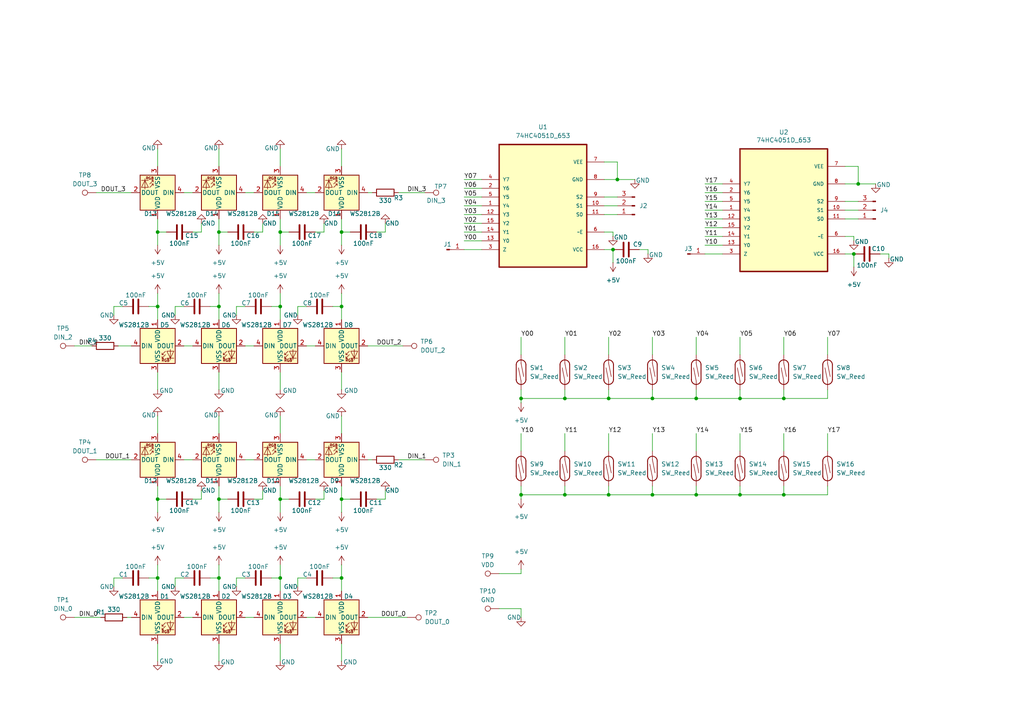
<source format=kicad_sch>
(kicad_sch (version 20250114) (generator "eeschema") (generator_version "9.0")
  (paper "A4")
  (junction (at 81.28 67.31))
  (junction (at 99.06 167.64))
  (junction (at 189.23 115.57))
  (junction (at 63.5 88.9))
  (junction (at 99.06 88.9))
  (junction (at 247.65 73.66))
  (junction (at 201.93 143.51))
  (junction (at 99.06 144.78))
  (junction (at 163.83 115.57))
  (junction (at 45.72 67.31))
  (junction (at 63.5 144.78))
  (junction (at 214.63 143.51))
  (junction (at 214.63 115.57))
  (junction (at 201.93 115.57))
  (junction (at 227.33 115.57))
  (junction (at 45.72 88.9))
  (junction (at 81.28 144.78))
  (junction (at 227.33 143.51))
  (junction (at 99.06 67.31))
  (junction (at 248.92 53.34))
  (junction (at 63.5 167.64))
  (junction (at 163.83 143.51))
  (junction (at 45.72 167.64))
  (junction (at 63.5 67.31))
  (junction (at 81.28 88.9))
  (junction (at 176.53 115.57))
  (junction (at 176.53 143.51))
  (junction (at 177.8 72.39))
  (junction (at 151.13 143.51))
  (junction (at 45.72 144.78))
  (junction (at 179.07 52.07))
  (junction (at 189.23 143.51))
  (junction (at 81.28 167.64))
  (junction (at 151.13 115.57))
  (wire (pts (xy 177.8 68.58) (xy 177.8 67.31)))
  (wire (pts (xy 123.19 55.88) (xy 115.57 55.88)))
  (wire (pts (xy 204.47 60.96) (xy 209.55 60.96)))
  (wire (pts (xy 55.88 55.88) (xy 53.34 55.88)))
  (wire (pts (xy 204.47 63.5) (xy 209.55 63.5)))
  (wire (pts (xy 33.02 167.64) (xy 35.56 167.64)))
  (wire (pts (xy 99.06 144.78) (xy 99.06 140.97)))
  (wire (pts (xy 66.04 144.78) (xy 63.5 144.78)))
  (wire (pts (xy 245.11 48.26) (xy 248.92 48.26)))
  (wire (pts (xy 81.28 186.69) (xy 81.28 191.77)))
  (wire (pts (xy 163.83 113.03) (xy 163.83 115.57)))
  (wire (pts (xy 240.03 97.79) (xy 240.03 102.87)))
  (wire (pts (xy 99.06 85.09) (xy 99.06 88.9)))
  (wire (pts (xy 189.23 113.03) (xy 189.23 115.57)))
  (wire (pts (xy 76.2 64.77) (xy 76.2 67.31)))
  (wire (pts (xy 45.72 163.83) (xy 45.72 167.64)))
  (wire (pts (xy 81.28 88.9) (xy 81.28 92.71)))
  (wire (pts (xy 189.23 140.97) (xy 189.23 143.51)))
  (wire (pts (xy 151.13 143.51) (xy 163.83 143.51)))
  (wire (pts (xy 27.94 55.88) (xy 38.1 55.88)))
  (wire (pts (xy 53.34 179.07) (xy 55.88 179.07)))
  (wire (pts (xy 63.5 85.09) (xy 63.5 88.9)))
  (wire (pts (xy 58.42 142.24) (xy 58.42 144.78)))
  (wire (pts (xy 245.11 58.42) (xy 248.92 58.42)))
  (wire (pts (xy 21.59 100.33) (xy 26.67 100.33)))
  (wire (pts (xy 176.53 143.51) (xy 189.23 143.51)))
  (wire (pts (xy 50.8 91.44) (xy 50.8 88.9)))
  (wire (pts (xy 63.5 186.69) (xy 63.5 191.77)))
  (wire (pts (xy 214.63 115.57) (xy 227.33 115.57)))
  (wire (pts (xy 88.9 179.07) (xy 91.44 179.07)))
  (wire (pts (xy 63.5 148.59) (xy 63.5 144.78)))
  (wire (pts (xy 204.47 71.12) (xy 209.55 71.12)))
  (wire (pts (xy 247.65 68.58) (xy 245.11 68.58)))
  (wire (pts (xy 179.07 46.99) (xy 179.07 52.07)))
  (wire (pts (xy 71.12 100.33) (xy 73.66 100.33)))
  (wire (pts (xy 76.2 67.31) (xy 73.66 67.31)))
  (wire (pts (xy 81.28 107.95) (xy 81.28 113.03)))
  (wire (pts (xy 107.95 55.88) (xy 106.68 55.88)))
  (wire (pts (xy 58.42 64.77) (xy 58.42 67.31)))
  (wire (pts (xy 245.11 63.5) (xy 248.92 63.5)))
  (wire (pts (xy 101.6 67.31) (xy 99.06 67.31)))
  (wire (pts (xy 76.2 144.78) (xy 73.66 144.78)))
  (wire (pts (xy 81.28 71.12) (xy 81.28 67.31)))
  (wire (pts (xy 99.06 186.69) (xy 99.06 191.77)))
  (wire (pts (xy 185.42 72.39) (xy 187.96 72.39)))
  (wire (pts (xy 151.13 166.37) (xy 151.13 165.1)))
  (wire (pts (xy 227.33 140.97) (xy 227.33 143.51)))
  (wire (pts (xy 214.63 125.73) (xy 214.63 130.81)))
  (wire (pts (xy 43.18 167.64) (xy 45.72 167.64)))
  (wire (pts (xy 201.93 113.03) (xy 201.93 115.57)))
  (wire (pts (xy 63.5 107.95) (xy 63.5 113.03)))
  (wire (pts (xy 163.83 115.57) (xy 176.53 115.57)))
  (wire (pts (xy 99.06 125.73) (xy 99.06 120.65)))
  (wire (pts (xy 176.53 115.57) (xy 189.23 115.57)))
  (wire (pts (xy 63.5 88.9) (xy 63.5 92.71)))
  (wire (pts (xy 81.28 48.26) (xy 81.28 43.18)))
  (wire (pts (xy 240.03 143.51) (xy 240.03 140.97)))
  (wire (pts (xy 34.29 100.33) (xy 38.1 100.33)))
  (wire (pts (xy 245.11 53.34) (xy 248.92 53.34)))
  (wire (pts (xy 245.11 73.66) (xy 247.65 73.66)))
  (wire (pts (xy 88.9 100.33) (xy 91.44 100.33)))
  (wire (pts (xy 163.83 143.51) (xy 176.53 143.51)))
  (wire (pts (xy 33.02 88.9) (xy 35.56 88.9)))
  (wire (pts (xy 134.62 59.69) (xy 139.7 59.69)))
  (wire (pts (xy 66.04 67.31) (xy 63.5 67.31)))
  (wire (pts (xy 189.23 97.79) (xy 189.23 102.87)))
  (wire (pts (xy 163.83 125.73) (xy 163.83 130.81)))
  (wire (pts (xy 45.72 107.95) (xy 45.72 113.03)))
  (wire (pts (xy 45.72 148.59) (xy 45.72 144.78)))
  (wire (pts (xy 151.13 115.57) (xy 151.13 116.84)))
  (wire (pts (xy 45.72 71.12) (xy 45.72 67.31)))
  (wire (pts (xy 151.13 113.03) (xy 151.13 115.57)))
  (wire (pts (xy 144.78 176.53) (xy 151.13 176.53)))
  (wire (pts (xy 93.98 64.77) (xy 93.98 67.31)))
  (wire (pts (xy 78.74 167.64) (xy 81.28 167.64)))
  (wire (pts (xy 63.5 71.12) (xy 63.5 67.31)))
  (wire (pts (xy 68.58 88.9) (xy 71.12 88.9)))
  (wire (pts (xy 151.13 143.51) (xy 151.13 144.78)))
  (wire (pts (xy 63.5 48.26) (xy 63.5 43.18)))
  (wire (pts (xy 175.26 52.07) (xy 179.07 52.07)))
  (wire (pts (xy 134.62 54.61) (xy 139.7 54.61)))
  (wire (pts (xy 151.13 115.57) (xy 163.83 115.57)))
  (wire (pts (xy 106.68 100.33) (xy 116.84 100.33)))
  (wire (pts (xy 177.8 67.31) (xy 175.26 67.31)))
  (wire (pts (xy 48.26 144.78) (xy 45.72 144.78)))
  (wire (pts (xy 99.06 167.64) (xy 99.06 171.45)))
  (wire (pts (xy 99.06 163.83) (xy 99.06 167.64)))
  (wire (pts (xy 151.13 140.97) (xy 151.13 143.51)))
  (wire (pts (xy 45.72 88.9) (xy 45.72 92.71)))
  (wire (pts (xy 106.68 179.07) (xy 118.11 179.07)))
  (wire (pts (xy 204.47 66.04) (xy 209.55 66.04)))
  (wire (pts (xy 257.81 73.66) (xy 257.81 74.93)))
  (wire (pts (xy 63.5 163.83) (xy 63.5 167.64)))
  (wire (pts (xy 248.92 48.26) (xy 248.92 53.34)))
  (wire (pts (xy 63.5 67.31) (xy 63.5 63.5)))
  (wire (pts (xy 247.65 69.85) (xy 247.65 68.58)))
  (wire (pts (xy 93.98 144.78) (xy 91.44 144.78)))
  (wire (pts (xy 254 53.34) (xy 248.92 53.34)))
  (wire (pts (xy 201.93 97.79) (xy 201.93 102.87)))
  (wire (pts (xy 73.66 133.35) (xy 71.12 133.35)))
  (wire (pts (xy 227.33 113.03) (xy 227.33 115.57)))
  (wire (pts (xy 45.72 85.09) (xy 45.72 88.9)))
  (wire (pts (xy 201.93 125.73) (xy 201.93 130.81)))
  (wire (pts (xy 177.8 72.39) (xy 177.8 76.2)))
  (wire (pts (xy 240.03 125.73) (xy 240.03 130.81)))
  (wire (pts (xy 255.27 73.66) (xy 257.81 73.66)))
  (wire (pts (xy 60.96 88.9) (xy 63.5 88.9)))
  (wire (pts (xy 134.62 72.39) (xy 139.7 72.39)))
  (wire (pts (xy 245.11 60.96) (xy 248.92 60.96)))
  (wire (pts (xy 189.23 143.51) (xy 201.93 143.51)))
  (wire (pts (xy 134.62 52.07) (xy 139.7 52.07)))
  (wire (pts (xy 58.42 144.78) (xy 55.88 144.78)))
  (wire (pts (xy 184.15 52.07) (xy 179.07 52.07)))
  (wire (pts (xy 99.06 67.31) (xy 99.06 63.5)))
  (wire (pts (xy 227.33 115.57) (xy 240.03 115.57)))
  (wire (pts (xy 175.26 72.39) (xy 177.8 72.39)))
  (wire (pts (xy 134.62 64.77) (xy 139.7 64.77)))
  (wire (pts (xy 76.2 142.24) (xy 76.2 144.78)))
  (wire (pts (xy 45.72 125.73) (xy 45.72 120.65)))
  (wire (pts (xy 96.52 167.64) (xy 99.06 167.64)))
  (wire (pts (xy 99.06 88.9) (xy 99.06 92.71)))
  (wire (pts (xy 101.6 144.78) (xy 99.06 144.78)))
  (wire (pts (xy 151.13 176.53) (xy 151.13 179.07)))
  (wire (pts (xy 175.26 46.99) (xy 179.07 46.99)))
  (wire (pts (xy 81.28 67.31) (xy 81.28 63.5)))
  (wire (pts (xy 71.12 179.07) (xy 73.66 179.07)))
  (wire (pts (xy 99.06 107.95) (xy 99.06 113.03)))
  (wire (pts (xy 187.96 72.39) (xy 187.96 73.66)))
  (wire (pts (xy 33.02 170.18) (xy 33.02 167.64)))
  (wire (pts (xy 175.26 62.23) (xy 179.07 62.23)))
  (wire (pts (xy 151.13 97.79) (xy 151.13 102.87)))
  (wire (pts (xy 81.28 148.59) (xy 81.28 144.78)))
  (wire (pts (xy 91.44 133.35) (xy 88.9 133.35)))
  (wire (pts (xy 45.72 67.31) (xy 45.72 63.5)))
  (wire (pts (xy 36.83 179.07) (xy 38.1 179.07)))
  (wire (pts (xy 134.62 69.85) (xy 139.7 69.85)))
  (wire (pts (xy 123.19 133.35) (xy 115.57 133.35)))
  (wire (pts (xy 151.13 125.73) (xy 151.13 130.81)))
  (wire (pts (xy 176.53 97.79) (xy 176.53 102.87)))
  (wire (pts (xy 45.72 48.26) (xy 45.72 43.18)))
  (wire (pts (xy 99.06 48.26) (xy 99.06 43.18)))
  (wire (pts (xy 96.52 88.9) (xy 99.06 88.9)))
  (wire (pts (xy 99.06 71.12) (xy 99.06 67.31)))
  (wire (pts (xy 45.72 144.78) (xy 45.72 140.97)))
  (wire (pts (xy 111.76 142.24) (xy 111.76 144.78)))
  (wire (pts (xy 60.96 167.64) (xy 63.5 167.64)))
  (wire (pts (xy 63.5 125.73) (xy 63.5 120.65)))
  (wire (pts (xy 55.88 133.35) (xy 53.34 133.35)))
  (wire (pts (xy 50.8 167.64) (xy 53.34 167.64)))
  (wire (pts (xy 43.18 88.9) (xy 45.72 88.9)))
  (wire (pts (xy 176.53 125.73) (xy 176.53 130.81)))
  (wire (pts (xy 63.5 144.78) (xy 63.5 140.97)))
  (wire (pts (xy 58.42 67.31) (xy 55.88 67.31)))
  (wire (pts (xy 68.58 170.18) (xy 68.58 167.64)))
  (wire (pts (xy 134.62 62.23) (xy 139.7 62.23)))
  (wire (pts (xy 81.28 163.83) (xy 81.28 167.64)))
  (wire (pts (xy 134.62 57.15) (xy 139.7 57.15)))
  (wire (pts (xy 204.47 68.58) (xy 209.55 68.58)))
  (wire (pts (xy 214.63 113.03) (xy 214.63 115.57)))
  (wire (pts (xy 107.95 133.35) (xy 106.68 133.35)))
  (wire (pts (xy 86.36 88.9) (xy 88.9 88.9)))
  (wire (pts (xy 176.53 140.97) (xy 176.53 143.51)))
  (wire (pts (xy 91.44 55.88) (xy 88.9 55.88)))
  (wire (pts (xy 204.47 58.42) (xy 209.55 58.42)))
  (wire (pts (xy 214.63 140.97) (xy 214.63 143.51)))
  (wire (pts (xy 163.83 97.79) (xy 163.83 102.87)))
  (wire (pts (xy 134.62 67.31) (xy 139.7 67.31)))
  (wire (pts (xy 201.93 143.51) (xy 214.63 143.51)))
  (wire (pts (xy 83.82 144.78) (xy 81.28 144.78)))
  (wire (pts (xy 86.36 91.44) (xy 86.36 88.9)))
  (wire (pts (xy 189.23 125.73) (xy 189.23 130.81)))
  (wire (pts (xy 201.93 140.97) (xy 201.93 143.51)))
  (wire (pts (xy 175.26 57.15) (xy 179.07 57.15)))
  (wire (pts (xy 33.02 91.44) (xy 33.02 88.9)))
  (wire (pts (xy 163.83 140.97) (xy 163.83 143.51)))
  (wire (pts (xy 63.5 167.64) (xy 63.5 171.45)))
  (wire (pts (xy 247.65 73.66) (xy 247.65 77.47)))
  (wire (pts (xy 227.33 97.79) (xy 227.33 102.87)))
  (wire (pts (xy 86.36 170.18) (xy 86.36 167.64)))
  (wire (pts (xy 73.66 55.88) (xy 71.12 55.88)))
  (wire (pts (xy 81.28 144.78) (xy 81.28 140.97)))
  (wire (pts (xy 214.63 143.51) (xy 227.33 143.51)))
  (wire (pts (xy 81.28 85.09) (xy 81.28 88.9)))
  (wire (pts (xy 93.98 67.31) (xy 91.44 67.31)))
  (wire (pts (xy 53.34 100.33) (xy 55.88 100.33)))
  (wire (pts (xy 201.93 115.57) (xy 214.63 115.57)))
  (wire (pts (xy 240.03 115.57) (xy 240.03 113.03)))
  (wire (pts (xy 93.98 142.24) (xy 93.98 144.78)))
  (wire (pts (xy 86.36 167.64) (xy 88.9 167.64)))
  (wire (pts (xy 227.33 125.73) (xy 227.33 130.81)))
  (wire (pts (xy 68.58 167.64) (xy 71.12 167.64)))
  (wire (pts (xy 204.47 53.34) (xy 209.55 53.34)))
  (wire (pts (xy 45.72 186.69) (xy 45.72 191.77)))
  (wire (pts (xy 111.76 144.78) (xy 109.22 144.78)))
  (wire (pts (xy 48.26 67.31) (xy 45.72 67.31)))
  (wire (pts (xy 204.47 55.88) (xy 209.55 55.88)))
  (wire (pts (xy 83.82 67.31) (xy 81.28 67.31)))
  (wire (pts (xy 45.72 167.64) (xy 45.72 171.45)))
  (wire (pts (xy 21.59 179.07) (xy 29.21 179.07)))
  (wire (pts (xy 204.47 73.66) (xy 209.55 73.66)))
  (wire (pts (xy 68.58 91.44) (xy 68.58 88.9)))
  (wire (pts (xy 27.94 133.35) (xy 38.1 133.35)))
  (wire (pts (xy 81.28 167.64) (xy 81.28 171.45)))
  (wire (pts (xy 81.28 125.73) (xy 81.28 120.65)))
  (wire (pts (xy 227.33 143.51) (xy 240.03 143.51)))
  (wire (pts (xy 189.23 115.57) (xy 201.93 115.57)))
  (wire (pts (xy 144.78 166.37) (xy 151.13 166.37)))
  (wire (pts (xy 176.53 113.03) (xy 176.53 115.57)))
  (wire (pts (xy 50.8 88.9) (xy 53.34 88.9)))
  (wire (pts (xy 111.76 67.31) (xy 109.22 67.31)))
  (wire (pts (xy 78.74 88.9) (xy 81.28 88.9)))
  (wire (pts (xy 214.63 97.79) (xy 214.63 102.87)))
  (wire (pts (xy 99.06 148.59) (xy 99.06 144.78)))
  (wire (pts (xy 111.76 64.77) (xy 111.76 67.31)))
  (wire (pts (xy 50.8 170.18) (xy 50.8 167.64)))
  (wire (pts (xy 175.26 59.69) (xy 179.07 59.69)))
  (label "Y00" (at 134.62 69.85 0))
  (label "DIN_0" (at 22.86 179.07 0))
  (label "Y10" (at 151.13 125.73 0))
  (label "Y17" (at 204.47 53.34 0))
  (label "Y06" (at 134.62 54.61 0))
  (label "Y00" (at 151.13 97.79 0))
  (label "DOUT_2" (at 109.22 100.33 0))
  (label "DOUT_1" (at 30.48 133.35 0))
  (label "Y07" (at 240.03 97.79 0))
  (label "Y03" (at 134.62 62.23 0))
  (label "Y01" (at 134.62 67.31 0))
  (label "Y14" (at 204.47 60.96 0))
  (label "DOUT_0" (at 110.49 179.07 0))
  (label "Y11" (at 163.83 125.73 0))
  (label "Y10" (at 204.47 71.12 0))
  (label "Y04" (at 201.93 97.79 0))
  (label "Y12" (at 176.53 125.73 0))
  (label "Y02" (at 176.53 97.79 0))
  (label "Y03" (at 189.23 97.79 0))
  (label "DOUT_3" (at 29.21 55.88 0))
  (label "Y06" (at 227.33 97.79 0))
  (label "Y13" (at 204.47 63.5 0))
  (label "Y14" (at 201.93 125.73 0))
  (label "Y17" (at 240.03 125.73 0))
  (label "Y05" (at 134.62 57.15 0))
  (label "Y16" (at 227.33 125.73 0))
  (label "Y12" (at 204.47 66.04 0))
  (label "DIN_3" (at 118.11 55.88 0))
  (label "Y07" (at 134.62 52.07 0))
  (label "Y04" (at 134.62 59.69 0))
  (label "Y16" (at 204.47 55.88 0))
  (label "Y13" (at 189.23 125.73 0))
  (label "DIN_2" (at 22.86 100.33 0))
  (label "Y05" (at 214.63 97.79 0))
  (label "Y11" (at 204.47 68.58 0))
  (label "Y01" (at 163.83 97.79 0))
  (label "Y15" (at 204.47 58.42 0))
  (label "Y15" (at 214.63 125.73 0))
  (label "Y02" (at 134.62 64.77 0))
  (label "DIN_1" (at 118.11 133.35 0))
  (symbol (lib_id "Device:C") (at 57.15 167.64 90) (unit 1)
    (property "Reference" "C2" (at 53.594 166.624 90))
    (property "Value" "100nF" (at 57.15 164.338 90))
    (property "Footprint" "Capacitor_SMD:C_0805_2012Metric_Pad1.18x1.45mm_HandSolder" (effects (hide yes)))
    (property "Description" "Unpolarized capacitor" (effects (hide yes)))
  )
  (symbol (lib_id "power:GND") (at 81.28 120.65 180) (unit 1)
    (property "Reference" "#PWR040" (effects (hide yes)))
    (property "Value" "GND" (at 78.74 120.396 0))
    (property "Description" "Power symbol creates a global label with name \"GND\" , ground" (effects (hide yes)))
  )
  (symbol (lib_id "Connector:TestPoint") (at 116.84 100.33 270) (unit 1)
    (property "Reference" "TP6" (at 121.92 99.0599 90) (effects (justify left)))
    (property "Value" "DOUT_2" (at 121.92 101.5999 90) (effects (justify left)))
    (property "Footprint" "TestPoint:TestPoint_Pad_4.0x4.0mm" (effects (hide yes)))
    (property "Description" "test point" (effects (hide yes)))
  )
  (symbol (lib_id "power:GND") (at 68.58 91.44 0) (unit 1)
    (property "Reference" "#PWR019" (effects (hide yes)))
    (property "Value" "GND" (at 66.548 91.44 0))
    (property "Description" "Power symbol creates a global label with name \"GND\" , ground" (effects (hide yes)))
  )
  (symbol (lib_id "LED:WS2812B") (at 63.5 133.35 180) (unit 1)
    (property "Reference" "D11" (at 61.468 139.446 0))
    (property "Value" "WS2812B" (at 70.358 139.446 0))
    (property "Footprint" "LED_SMD:LED_WS2812B_PLCC4_5.0x5.0mm_P3.2mm" (effects (hide yes)))
    (property "Datasheet" "https://cdn-shop.adafruit.com/datasheets/WS2812B.pdf" (effects (hide yes)))
    (property "Description" "RGB LED with integrated controller" (effects (hide yes)))
  )
  (symbol (lib_id "power:+5V") (at 63.5 148.59 180) (unit 1)
    (property "Reference" "#PWR042" (effects (hide yes)))
    (property "Value" "+5V" (at 63.5 153.67 0))
    (property "Description" "Power symbol creates a global label with name \"+5V\"" (effects (hide yes)))
  )
  (symbol (lib_id "power:GND") (at 81.28 191.77 0) (unit 1)
    (property "Reference" "#PWR09" (effects (hide yes)))
    (property "Value" "GND" (at 83.566 192.024 0))
    (property "Description" "Power symbol creates a global label with name \"GND\" , ground" (effects (hide yes)))
  )
  (symbol (lib_id "Switch:SW_Reed") (at 201.93 107.95 270) (unit 1)
    (property "Reference" "SW5" (at 204.47 106.6799 90) (effects (justify left)))
    (property "Value" "SW_Reed" (at 204.47 109.2199 90) (effects (justify left)))
    (property "Footprint" "Reed_switch:ReedSwitch_2x14mm" (effects (hide yes)))
    (property "Description" "reed switch" (effects (hide yes)))
  )
  (symbol (lib_id "power:GND") (at 93.98 64.77 180) (unit 1)
    (property "Reference" "#PWR055" (effects (hide yes)))
    (property "Value" "GND" (at 96.012 64.77 0))
    (property "Description" "Power symbol creates a global label with name \"GND\" , ground" (effects (hide yes)))
  )
  (symbol (lib_id "Connector:TestPoint") (at 21.59 179.07 90) (unit 1)
    (property "Reference" "TP1" (at 18.288 173.99 90))
    (property "Value" "DIN_0" (at 18.288 176.53 90))
    (property "Footprint" "TestPoint:TestPoint_Pad_4.0x4.0mm" (effects (hide yes)))
    (property "Description" "test point" (effects (hide yes)))
  )
  (symbol (lib_id "LED:WS2812B") (at 99.06 55.88 180) (unit 1)
    (property "Reference" "D16" (at 97.028 61.976 0))
    (property "Value" "WS2812B" (at 105.918 61.976 0))
    (property "Footprint" "LED_SMD:LED_WS2812B_PLCC4_5.0x5.0mm_P3.2mm" (effects (hide yes)))
    (property "Datasheet" "https://cdn-shop.adafruit.com/datasheets/WS2812B.pdf" (effects (hide yes)))
    (property "Description" "RGB LED with integrated controller" (effects (hide yes)))
  )
  (symbol (lib_id "Device:R") (at 111.76 133.35 270) (unit 1)
    (property "Reference" "R2" (at 115.57 134.874 90))
    (property "Value" "330" (at 111.76 135.636 90))
    (property "Footprint" "Resistor_SMD:R_0805_2012Metric_Pad1.20x1.40mm_HandSolder" (effects (hide yes)))
    (property "Description" "Resistor" (effects (hide yes)))
  )
  (symbol (lib_id "power:+5V") (at 247.65 77.47 180) (unit 1)
    (property "Reference" "#PWR032" (effects (hide yes)))
    (property "Value" "+5V" (at 247.65 82.55 0))
    (property "Description" "Power symbol creates a global label with name \"+5V\"" (effects (hide yes)))
  )
  (symbol (lib_id "power:+5V") (at 81.28 85.09 0) (unit 1)
    (property "Reference" "#PWR020" (effects (hide yes)))
    (property "Value" "+5V" (at 81.28 80.01 0))
    (property "Description" "Power symbol creates a global label with name \"+5V\"" (effects (hide yes)))
  )
  (symbol (lib_id "Device:C") (at 39.37 167.64 90) (unit 1)
    (property "Reference" "C1" (at 35.814 166.624 90))
    (property "Value" "100nF" (at 39.37 164.338 90))
    (property "Footprint" "Capacitor_SMD:C_0805_2012Metric_Pad1.18x1.45mm_HandSolder" (effects (hide yes)))
    (property "Description" "Unpolarized capacitor" (effects (hide yes)))
  )
  (symbol (lib_id "power:+5V") (at 45.72 71.12 180) (unit 1)
    (property "Reference" "#PWR048" (effects (hide yes)))
    (property "Value" "+5V" (at 45.72 76.2 0))
    (property "Description" "Power symbol creates a global label with name \"+5V\"" (effects (hide yes)))
  )
  (symbol (lib_id "Switch:SW_Reed") (at 151.13 135.89 270) (unit 1)
    (property "Reference" "SW9" (at 153.67 134.6199 90) (effects (justify left)))
    (property "Value" "SW_Reed" (at 153.67 137.1599 90) (effects (justify left)))
    (property "Footprint" "Reed_switch:ReedSwitch_2x14mm" (effects (hide yes)))
    (property "Description" "reed switch" (effects (hide yes)))
  )
  (symbol (lib_id "power:GND") (at 93.98 142.24 180) (unit 1)
    (property "Reference" "#PWR038" (effects (hide yes)))
    (property "Value" "GND" (at 96.012 142.24 0))
    (property "Description" "Power symbol creates a global label with name \"GND\" , ground" (effects (hide yes)))
  )
  (symbol (lib_id "power:GND") (at 45.72 191.77 0) (unit 1)
    (property "Reference" "#PWR03" (effects (hide yes)))
    (property "Value" "GND" (at 48.26 191.77 0))
    (property "Description" "Power symbol creates a global label with name \"GND\" , ground" (effects (hide yes)))
  )
  (symbol (lib_id "Connector:TestPoint") (at 21.59 100.33 90) (unit 1)
    (property "Reference" "TP5" (at 18.288 95.25 90))
    (property "Value" "DIN_2" (at 18.288 97.79 90))
    (property "Footprint" "TestPoint:TestPoint_Pad_4.0x4.0mm" (effects (hide yes)))
    (property "Description" "test point" (effects (hide yes)))
  )
  (symbol (lib_id "power:+5V") (at 151.13 116.84 180) (unit 1)
    (property "Reference" "#PWR025" (effects (hide yes)))
    (property "Value" "+5V" (at 151.13 121.92 0))
    (property "Description" "Power symbol creates a global label with name \"+5V\"" (effects (hide yes)))
  )
  (symbol (lib_id "power:+5V") (at 99.06 71.12 180) (unit 1)
    (property "Reference" "#PWR057" (effects (hide yes)))
    (property "Value" "+5V" (at 99.06 76.2 0))
    (property "Description" "Power symbol creates a global label with name \"+5V\"" (effects (hide yes)))
  )
  (symbol (lib_id "power:GND") (at 86.36 170.18 0) (unit 1)
    (property "Reference" "#PWR010" (effects (hide yes)))
    (property "Value" "GND" (at 84.328 170.18 0))
    (property "Description" "Power symbol creates a global label with name \"GND\" , ground" (effects (hide yes)))
  )
  (symbol (lib_id "power:GND") (at 81.28 43.18 180) (unit 1)
    (property "Reference" "#PWR053" (effects (hide yes)))
    (property "Value" "GND" (at 78.74 42.926 0))
    (property "Description" "Power symbol creates a global label with name \"GND\" , ground" (effects (hide yes)))
  )
  (symbol (lib_id "Switch:SW_Reed") (at 151.13 107.95 270) (unit 1)
    (property "Reference" "SW1" (at 153.67 106.6799 90) (effects (justify left)))
    (property "Value" "SW_Reed" (at 153.67 109.2199 90) (effects (justify left)))
    (property "Footprint" "Reed_switch:ReedSwitch_2x14mm" (effects (hide yes)))
    (property "Description" "reed switch" (effects (hide yes)))
  )
  (symbol (lib_id "power:GND") (at 99.06 113.03 0) (unit 1)
    (property "Reference" "#PWR024" (effects (hide yes)))
    (property "Value" "GND" (at 101.854 113.284 0))
    (property "Description" "Power symbol creates a global label with name \"GND\" , ground" (effects (hide yes)))
  )
  (symbol (lib_id "Device:C") (at 92.71 167.64 90) (unit 1)
    (property "Reference" "C4" (at 89.154 166.624 90))
    (property "Value" "100nF" (at 92.71 164.338 90))
    (property "Footprint" "Capacitor_SMD:C_0805_2012Metric_Pad1.18x1.45mm_HandSolder" (effects (hide yes)))
    (property "Description" "Unpolarized capacitor" (effects (hide yes)))
  )
  (symbol (lib_id "Connector:Conn_01x01_Pin") (at 129.54 72.39 0) (unit 1)
    (property "Reference" "J1" (at 129.794 70.866 0))
    (property "Value" "Conn_01x01_Pin" (effects (hide yes)))
    (property "Footprint" "Connector_PinHeader_2.00mm:PinHeader_1x01_P2.00mm_Vertical" (effects (hide yes)))
    (property "Description" "Generic connector, single row, 01x01, script generated" (effects (hide yes)))
  )
  (symbol (lib_id "LED:WS2812B") (at 63.5 55.88 180) (unit 1)
    (property "Reference" "D14" (at 61.468 61.976 0))
    (property "Value" "WS2812B" (at 70.358 61.976 0))
    (property "Footprint" "LED_SMD:LED_WS2812B_PLCC4_5.0x5.0mm_P3.2mm" (effects (hide yes)))
    (property "Datasheet" "https://cdn-shop.adafruit.com/datasheets/WS2812B.pdf" (effects (hide yes)))
    (property "Description" "RGB LED with integrated controller" (effects (hide yes)))
  )
  (symbol (lib_id "LED:WS2812B") (at 45.72 179.07 0) (unit 1)
    (property "Reference" "D1" (at 47.752 172.974 0))
    (property "Value" "WS2812B" (at 38.862 172.974 0))
    (property "Footprint" "LED_SMD:LED_WS2812B_PLCC4_5.0x5.0mm_P3.2mm" (effects (hide yes)))
    (property "Datasheet" "https://cdn-shop.adafruit.com/datasheets/WS2812B.pdf" (effects (hide yes)))
    (property "Description" "RGB LED with integrated controller" (effects (hide yes)))
  )
  (symbol (lib_id "power:GND") (at 184.15 52.07 0) (unit 1)
    (property "Reference" "#PWR028" (effects (hide yes)))
    (property "Value" "GND" (at 186.436 52.324 0))
    (property "Description" "Power symbol creates a global label with name \"GND\" , ground" (effects (hide yes)))
  )
  (symbol (lib_id "power:GND") (at 58.42 142.24 180) (unit 1)
    (property "Reference" "#PWR044" (effects (hide yes)))
    (property "Value" "GND" (at 60.452 142.24 0))
    (property "Description" "Power symbol creates a global label with name \"GND\" , ground" (effects (hide yes)))
  )
  (symbol (lib_id "power:+5V") (at 45.72 148.59 180) (unit 1)
    (property "Reference" "#PWR045" (effects (hide yes)))
    (property "Value" "+5V" (at 45.72 153.67 0))
    (property "Description" "Power symbol creates a global label with name \"+5V\"" (effects (hide yes)))
  )
  (symbol (lib_id "power:GND") (at 68.58 170.18 0) (unit 1)
    (property "Reference" "#PWR07" (effects (hide yes)))
    (property "Value" "GND" (at 66.548 170.18 0))
    (property "Description" "Power symbol creates a global label with name \"GND\" , ground" (effects (hide yes)))
  )
  (symbol (lib_id "power:GND") (at 247.65 69.85 0) (unit 1)
    (property "Reference" "#PWR031" (effects (hide yes)))
    (property "Value" "GND" (at 249.936 70.104 0))
    (property "Description" "Power symbol creates a global label with name \"GND\" , ground" (effects (hide yes)))
  )
  (symbol (lib_id "power:+5V") (at 81.28 148.59 180) (unit 1)
    (property "Reference" "#PWR039" (effects (hide yes)))
    (property "Value" "+5V" (at 81.28 153.67 0))
    (property "Description" "Power symbol creates a global label with name \"+5V\"" (effects (hide yes)))
  )
  (symbol (lib_id "Device:R") (at 33.02 179.07 90) (unit 1)
    (property "Reference" "R1" (at 29.21 177.546 90))
    (property "Value" "330" (at 33.02 176.784 90))
    (property "Footprint" "Resistor_SMD:R_0805_2012Metric_Pad1.20x1.40mm_HandSolder" (effects (hide yes)))
    (property "Description" "Resistor" (effects (hide yes)))
  )
  (symbol (lib_id "power:+5V") (at 63.5 163.83 0) (unit 1)
    (property "Reference" "#PWR05" (effects (hide yes)))
    (property "Value" "+5V" (at 63.5 158.75 0))
    (property "Description" "Power symbol creates a global label with name \"+5V\"" (effects (hide yes)))
  )
  (symbol (lib_id "Device:C") (at 69.85 67.31 270) (unit 1)
    (property "Reference" "C16" (at 73.406 68.326 90))
    (property "Value" "100nF" (at 69.85 70.612 90))
    (property "Footprint" "Capacitor_SMD:C_0805_2012Metric_Pad1.18x1.45mm_HandSolder" (effects (hide yes)))
    (property "Description" "Unpolarized capacitor" (effects (hide yes)))
  )
  (symbol (lib_id "Connector:TestPoint") (at 27.94 55.88 90) (unit 1)
    (property "Reference" "TP8" (at 24.638 50.8 90))
    (property "Value" "DOUT_3" (at 24.638 53.34 90))
    (property "Footprint" "TestPoint:TestPoint_Pad_4.0x4.0mm" (effects (hide yes)))
    (property "Description" "test point" (effects (hide yes)))
  )
  (symbol (lib_id "Switch:SW_Reed") (at 214.63 135.89 270) (unit 1)
    (property "Reference" "SW14" (at 217.17 134.6199 90) (effects (justify left)))
    (property "Value" "SW_Reed" (at 217.17 137.1599 90) (effects (justify left)))
    (property "Footprint" "Reed_switch:ReedSwitch_2x14mm" (effects (hide yes)))
    (property "Description" "reed switch" (effects (hide yes)))
  )
  (symbol (lib_id "Device:C") (at 52.07 144.78 270) (unit 1)
    (property "Reference" "C14" (at 55.626 145.796 90))
    (property "Value" "100nF" (at 52.07 148.082 90))
    (property "Footprint" "Capacitor_SMD:C_0805_2012Metric_Pad1.18x1.45mm_HandSolder" (effects (hide yes)))
    (property "Description" "Unpolarized capacitor" (effects (hide yes)))
  )
  (symbol (lib_id "Switch:SW_Reed") (at 227.33 135.89 270) (unit 1)
    (property "Reference" "SW15" (at 229.87 134.6199 90) (effects (justify left)))
    (property "Value" "SW_Reed" (at 229.87 137.1599 90) (effects (justify left)))
    (property "Footprint" "Reed_switch:ReedSwitch_2x14mm" (effects (hide yes)))
    (property "Description" "reed switch" (effects (hide yes)))
  )
  (symbol (lib_id "power:GND") (at 63.5 113.03 0) (unit 1)
    (property "Reference" "#PWR018" (effects (hide yes)))
    (property "Value" "GND" (at 66.04 113.284 0))
    (property "Description" "Power symbol creates a global label with name \"GND\" , ground" (effects (hide yes)))
  )
  (symbol (lib_id "LED:WS2812B") (at 99.06 179.07 0) (unit 1)
    (property "Reference" "D4" (at 101.092 172.974 0))
    (property "Value" "WS2812B" (at 92.202 172.974 0))
    (property "Footprint" "LED_SMD:LED_WS2812B_PLCC4_5.0x5.0mm_P3.2mm" (effects (hide yes)))
    (property "Datasheet" "https://cdn-shop.adafruit.com/datasheets/WS2812B.pdf" (effects (hide yes)))
    (property "Description" "RGB LED with integrated controller" (effects (hide yes)))
  )
  (symbol (lib_id "power:GND") (at 58.42 64.77 180) (unit 1)
    (property "Reference" "#PWR049" (effects (hide yes)))
    (property "Value" "GND" (at 60.452 64.77 0))
    (property "Description" "Power symbol creates a global label with name \"GND\" , ground" (effects (hide yes)))
  )
  (symbol (lib_id "LED:WS2812B") (at 63.5 100.33 0) (unit 1)
    (property "Reference" "D6" (at 65.532 94.234 0))
    (property "Value" "WS2812B" (at 56.642 94.234 0))
    (property "Footprint" "LED_SMD:LED_WS2812B_PLCC4_5.0x5.0mm_P3.2mm" (effects (hide yes)))
    (property "Datasheet" "https://cdn-shop.adafruit.com/datasheets/WS2812B.pdf" (effects (hide yes)))
    (property "Description" "RGB LED with integrated controller" (effects (hide yes)))
  )
  (symbol (lib_id "power:+5V") (at 151.13 144.78 180) (unit 1)
    (property "Reference" "#PWR030" (effects (hide yes)))
    (property "Value" "+5V" (at 151.13 149.86 0))
    (property "Description" "Power symbol creates a global label with name \"+5V\"" (effects (hide yes)))
  )
  (symbol (lib_id "Connector:TestPoint") (at 27.94 133.35 90) (unit 1)
    (property "Reference" "TP4" (at 24.638 128.27 90))
    (property "Value" "DOUT_1" (at 24.638 130.81 90))
    (property "Footprint" "TestPoint:TestPoint_Pad_4.0x4.0mm" (effects (hide yes)))
    (property "Description" "test point" (effects (hide yes)))
  )
  (symbol (lib_id "Connector:TestPoint") (at 144.78 166.37 90) (unit 1)
    (property "Reference" "TP9" (at 141.478 161.29 90))
    (property "Value" "VDD" (at 141.478 163.83 90))
    (property "Footprint" "TestPoint:TestPoint_Pad_4.0x4.0mm" (effects (hide yes)))
    (property "Description" "test point" (effects (hide yes)))
  )
  (symbol (lib_id "Connector:TestPoint") (at 144.78 176.53 90) (unit 1)
    (property "Reference" "TP10" (at 141.478 171.45 90))
    (property "Value" "GND" (at 141.478 173.99 90))
    (property "Footprint" "TestPoint:TestPoint_Pad_4.0x4.0mm" (effects (hide yes)))
    (property "Description" "test point" (effects (hide yes)))
  )
  (symbol (lib_id "LED:WS2812B") (at 63.5 179.07 0) (unit 1)
    (property "Reference" "D2" (at 65.532 172.974 0))
    (property "Value" "WS2812B" (at 56.642 172.974 0))
    (property "Footprint" "LED_SMD:LED_WS2812B_PLCC4_5.0x5.0mm_P3.2mm" (effects (hide yes)))
    (property "Datasheet" "https://cdn-shop.adafruit.com/datasheets/WS2812B.pdf" (effects (hide yes)))
    (property "Description" "RGB LED with integrated controller" (effects (hide yes)))
  )
  (symbol (lib_id "Connector:Conn_01x01_Pin") (at 199.39 73.66 0) (unit 1)
    (property "Reference" "J3" (at 199.644 72.136 0))
    (property "Value" "Conn_01x01_Pin" (effects (hide yes)))
    (property "Footprint" "Connector_PinHeader_2.00mm:PinHeader_1x01_P2.00mm_Vertical" (effects (hide yes)))
    (property "Description" "Generic connector, single row, 01x01, script generated" (effects (hide yes)))
  )
  (symbol (lib_id "power:GND") (at 50.8 91.44 0) (unit 1)
    (property "Reference" "#PWR016" (effects (hide yes)))
    (property "Value" "GND" (at 48.768 91.44 0))
    (property "Description" "Power symbol creates a global label with name \"GND\" , ground" (effects (hide yes)))
  )
  (symbol (lib_id "power:GND") (at 33.02 170.18 0) (unit 1)
    (property "Reference" "#PWR01" (effects (hide yes)))
    (property "Value" "GND" (at 30.988 170.18 0))
    (property "Description" "Power symbol creates a global label with name \"GND\" , ground" (effects (hide yes)))
  )
  (symbol (lib_id "power:GND") (at 76.2 142.24 180) (unit 1)
    (property "Reference" "#PWR041" (effects (hide yes)))
    (property "Value" "GND" (at 78.232 142.24 0))
    (property "Description" "Power symbol creates a global label with name \"GND\" , ground" (effects (hide yes)))
  )
  (symbol (lib_id "Connector:Conn_01x03_Pin") (at 254 60.96 180) (unit 1)
    (property "Reference" "J4" (at 255.27 60.96 0) (effects (justify right)))
    (property "Value" "Conn_01x03_Pin" (effects (hide yes)))
    (property "Footprint" "Connector_PinHeader_2.54mm:PinHeader_1x03_P2.54mm_Vertical" (effects (hide yes)))
    (property "Description" "Generic connector, single row, 01x03, script generated" (effects (hide yes)))
  )
  (symbol (lib_id "Switch:SW_Reed") (at 201.93 135.89 270) (unit 1)
    (property "Reference" "SW13" (at 204.47 134.6199 90) (effects (justify left)))
    (property "Value" "SW_Reed" (at 204.47 137.1599 90) (effects (justify left)))
    (property "Footprint" "Reed_switch:ReedSwitch_2x14mm" (effects (hide yes)))
    (property "Description" "reed switch" (effects (hide yes)))
  )
  (symbol (lib_id "Switch:SW_Reed") (at 176.53 107.95 270) (unit 1)
    (property "Reference" "SW3" (at 179.07 106.6799 90) (effects (justify left)))
    (property "Value" "SW_Reed" (at 179.07 109.2199 90) (effects (justify left)))
    (property "Footprint" "Reed_switch:ReedSwitch_2x14mm" (effects (hide yes)))
    (property "Description" "reed switch" (effects (hide yes)))
  )
  (symbol (lib_id "power:GND") (at 50.8 170.18 0) (unit 1)
    (property "Reference" "#PWR04" (effects (hide yes)))
    (property "Value" "GND" (at 48.768 170.18 0))
    (property "Description" "Power symbol creates a global label with name \"GND\" , ground" (effects (hide yes)))
  )
  (symbol (lib_id "LED:WS2812B") (at 99.06 100.33 0) (unit 1)
    (property "Reference" "D8" (at 101.092 94.234 0))
    (property "Value" "WS2812B" (at 92.202 94.234 0))
    (property "Footprint" "LED_SMD:LED_WS2812B_PLCC4_5.0x5.0mm_P3.2mm" (effects (hide yes)))
    (property "Datasheet" "https://cdn-shop.adafruit.com/datasheets/WS2812B.pdf" (effects (hide yes)))
    (property "Description" "RGB LED with integrated controller" (effects (hide yes)))
  )
  (symbol (lib_id "LED:WS2812B") (at 81.28 100.33 0) (unit 1)
    (property "Reference" "D7" (at 83.312 94.234 0))
    (property "Value" "WS2812B" (at 74.422 94.234 0))
    (property "Footprint" "LED_SMD:LED_WS2812B_PLCC4_5.0x5.0mm_P3.2mm" (effects (hide yes)))
    (property "Datasheet" "https://cdn-shop.adafruit.com/datasheets/WS2812B.pdf" (effects (hide yes)))
    (property "Description" "RGB LED with integrated controller" (effects (hide yes)))
  )
  (symbol (lib_id "Device:C") (at 52.07 67.31 270) (unit 1)
    (property "Reference" "C15" (at 55.626 68.326 90))
    (property "Value" "100nF" (at 52.07 70.612 90))
    (property "Footprint" "Capacitor_SMD:C_0805_2012Metric_Pad1.18x1.45mm_HandSolder" (effects (hide yes)))
    (property "Description" "Unpolarized capacitor" (effects (hide yes)))
  )
  (symbol (lib_id "power:GND") (at 63.5 43.18 180) (unit 1)
    (property "Reference" "#PWR050" (effects (hide yes)))
    (property "Value" "GND" (at 61.214 42.926 0))
    (property "Description" "Power symbol creates a global label with name \"GND\" , ground" (effects (hide yes)))
  )
  (symbol (lib_id "power:GND") (at 45.72 120.65 180) (unit 1)
    (property "Reference" "#PWR046" (effects (hide yes)))
    (property "Value" "GND" (at 43.18 120.396 0))
    (property "Description" "Power symbol creates a global label with name \"GND\" , ground" (effects (hide yes)))
  )
  (symbol (lib_id "power:+5V") (at 81.28 71.12 180) (unit 1)
    (property "Reference" "#PWR054" (effects (hide yes)))
    (property "Value" "+5V" (at 81.28 76.2 0))
    (property "Description" "Power symbol creates a global label with name \"+5V\"" (effects (hide yes)))
  )
  (symbol (lib_id "power:GND") (at 86.36 91.44 0) (unit 1)
    (property "Reference" "#PWR022" (effects (hide yes)))
    (property "Value" "GND" (at 84.328 91.44 0))
    (property "Description" "Power symbol creates a global label with name \"GND\" , ground" (effects (hide yes)))
  )
  (symbol (lib_id "power:+5V") (at 63.5 85.09 0) (unit 1)
    (property "Reference" "#PWR017" (effects (hide yes)))
    (property "Value" "+5V" (at 63.5 80.01 0))
    (property "Description" "Power symbol creates a global label with name \"+5V\"" (effects (hide yes)))
  )
  (symbol (lib_id "power:+5V") (at 151.13 165.1 0) (unit 1)
    (property "Reference" "#PWR059" (effects (hide yes)))
    (property "Value" "+5V" (at 151.13 160.02 0))
    (property "Description" "Power symbol creates a global label with name \"+5V\"" (effects (hide yes)))
  )
  (symbol (lib_id "power:GND") (at 99.06 43.18 180) (unit 1)
    (property "Reference" "#PWR056" (effects (hide yes)))
    (property "Value" "GND" (at 96.52 43.18 0))
    (property "Description" "Power symbol creates a global label with name \"GND\" , ground" (effects (hide yes)))
  )
  (symbol (lib_id "power:+5V") (at 177.8 76.2 180) (unit 1)
    (property "Reference" "#PWR027" (effects (hide yes)))
    (property "Value" "+5V" (at 177.8 81.28 0))
    (property "Description" "Power symbol creates a global label with name \"+5V\"" (effects (hide yes)))
  )
  (symbol (lib_id "power:GND") (at 81.28 113.03 0) (unit 1)
    (property "Reference" "#PWR021" (effects (hide yes)))
    (property "Value" "GND" (at 84.074 113.284 0))
    (property "Description" "Power symbol creates a global label with name \"GND\" , ground" (effects (hide yes)))
  )
  (symbol (lib_id "power:GND") (at 33.02 91.44 0) (unit 1)
    (property "Reference" "#PWR013" (effects (hide yes)))
    (property "Value" "GND" (at 30.988 91.44 0))
    (property "Description" "Power symbol creates a global label with name \"GND\" , ground" (effects (hide yes)))
  )
  (symbol (lib_id "Connector:TestPoint") (at 123.19 133.35 270) (unit 1)
    (property "Reference" "TP3" (at 128.27 132.0799 90) (effects (justify left)))
    (property "Value" "DIN_1" (at 128.27 134.6199 90) (effects (justify left)))
    (property "Footprint" "TestPoint:TestPoint_Pad_4.0x4.0mm" (effects (hide yes)))
    (property "Description" "test point" (effects (hide yes)))
  )
  (symbol (lib_id "power:GND") (at 257.81 74.93 0) (unit 1)
    (property "Reference" "#PWR034" (effects (hide yes)))
    (property "Value" "GND" (at 260.096 75.184 0))
    (property "Description" "Power symbol creates a global label with name \"GND\" , ground" (effects (hide yes)))
  )
  (symbol (lib_id "Device:C") (at 57.15 88.9 90) (unit 1)
    (property "Reference" "C6" (at 53.594 87.884 90))
    (property "Value" "100nF" (at 57.15 85.598 90))
    (property "Footprint" "Capacitor_SMD:C_0805_2012Metric_Pad1.18x1.45mm_HandSolder" (effects (hide yes)))
    (property "Description" "Unpolarized capacitor" (effects (hide yes)))
  )
  (symbol (lib_id "Switch:SW_Reed") (at 189.23 107.95 270) (unit 1)
    (property "Reference" "SW4" (at 191.77 106.6799 90) (effects (justify left)))
    (property "Value" "SW_Reed" (at 191.77 109.2199 90) (effects (justify left)))
    (property "Footprint" "Reed_switch:ReedSwitch_2x14mm" (effects (hide yes)))
    (property "Description" "reed switch" (effects (hide yes)))
  )
  (symbol (lib_id "Device:R") (at 111.76 55.88 270) (unit 1)
    (property "Reference" "R3" (at 115.57 57.404 90))
    (property "Value" "330" (at 111.76 58.166 90))
    (property "Footprint" "Resistor_SMD:R_0805_2012Metric_Pad1.20x1.40mm_HandSolder" (effects (hide yes)))
    (property "Description" "Resistor" (effects (hide yes)))
  )
  (symbol (lib_id "Switch:SW_Reed") (at 240.03 135.89 270) (unit 1)
    (property "Reference" "SW16" (at 242.57 134.6199 90) (effects (justify left)))
    (property "Value" "SW_Reed" (at 242.57 137.1599 90) (effects (justify left)))
    (property "Footprint" "Reed_switch:ReedSwitch_2x14mm" (effects (hide yes)))
    (property "Description" "reed switch" (effects (hide yes)))
  )
  (symbol (lib_id "LED:WS2812B") (at 81.28 55.88 180) (unit 1)
    (property "Reference" "D15" (at 79.248 61.976 0))
    (property "Value" "WS2812B" (at 88.138 61.976 0))
    (property "Footprint" "LED_SMD:LED_WS2812B_PLCC4_5.0x5.0mm_P3.2mm" (effects (hide yes)))
    (property "Datasheet" "https://cdn-shop.adafruit.com/datasheets/WS2812B.pdf" (effects (hide yes)))
    (property "Description" "RGB LED with integrated controller" (effects (hide yes)))
  )
  (symbol (lib_id "power:GND") (at 111.76 142.24 180) (unit 1)
    (property "Reference" "#PWR035" (effects (hide yes)))
    (property "Value" "GND" (at 113.792 142.24 0))
    (property "Description" "Power symbol creates a global label with name \"GND\" , ground" (effects (hide yes)))
  )
  (symbol (lib_id "power:GND") (at 254 53.34 0) (unit 1)
    (property "Reference" "#PWR033" (effects (hide yes)))
    (property "Value" "GND" (at 256.286 53.594 0))
    (property "Description" "Power symbol creates a global label with name \"GND\" , ground" (effects (hide yes)))
  )
  (symbol (lib_id "Device:C") (at 39.37 88.9 90) (unit 1)
    (property "Reference" "C5" (at 35.814 87.884 90))
    (property "Value" "100nF" (at 39.37 85.598 90))
    (property "Footprint" "Capacitor_SMD:C_0805_2012Metric_Pad1.18x1.45mm_HandSolder" (effects (hide yes)))
    (property "Description" "Unpolarized capacitor" (effects (hide yes)))
  )
  (symbol (lib_id "Device:C") (at 69.85 144.78 270) (unit 1)
    (property "Reference" "C13" (at 73.406 145.796 90))
    (property "Value" "100nF" (at 69.85 148.082 90))
    (property "Footprint" "Capacitor_SMD:C_0805_2012Metric_Pad1.18x1.45mm_HandSolder" (effects (hide yes)))
    (property "Description" "Unpolarized capacitor" (effects (hide yes)))
  )
  (symbol (lib_id "Switch:SW_Reed") (at 227.33 107.95 270) (unit 1)
    (property "Reference" "SW7" (at 229.87 106.6799 90) (effects (justify left)))
    (property "Value" "SW_Reed" (at 229.87 109.2199 90) (effects (justify left)))
    (property "Footprint" "Reed_switch:ReedSwitch_2x14mm" (effects (hide yes)))
    (property "Description" "reed switch" (effects (hide yes)))
  )
  (symbol (lib_id "power:GND") (at 45.72 43.18 180) (unit 1)
    (property "Reference" "#PWR047" (effects (hide yes)))
    (property "Value" "GND" (at 43.18 42.926 0))
    (property "Description" "Power symbol creates a global label with name \"GND\" , ground" (effects (hide yes)))
  )
  (symbol (lib_id "Switch:SW_Reed") (at 163.83 107.95 270) (unit 1)
    (property "Reference" "SW2" (at 166.37 106.6799 90) (effects (justify left)))
    (property "Value" "SW_Reed" (at 166.37 109.2199 90) (effects (justify left)))
    (property "Footprint" "Reed_switch:ReedSwitch_2x14mm" (effects (hide yes)))
    (property "Description" "reed switch" (effects (hide yes)))
  )
  (symbol (lib_id "Switch:SW_Reed") (at 240.03 107.95 270) (unit 1)
    (property "Reference" "SW8" (at 242.57 106.6799 90) (effects (justify left)))
    (property "Value" "SW_Reed" (at 242.57 109.2199 90) (effects (justify left)))
    (property "Footprint" "Reed_switch:ReedSwitch_2x14mm" (effects (hide yes)))
    (property "Description" "reed switch" (effects (hide yes)))
  )
  (symbol (lib_id "Device:C") (at 74.93 167.64 90) (unit 1)
    (property "Reference" "C3" (at 71.374 166.624 90))
    (property "Value" "100nF" (at 74.93 164.338 90))
    (property "Footprint" "Capacitor_SMD:C_0805_2012Metric_Pad1.18x1.45mm_HandSolder" (effects (hide yes)))
    (property "Description" "Unpolarized capacitor" (effects (hide yes)))
  )
  (symbol (lib_id "power:GND") (at 76.2 64.77 180) (unit 1)
    (property "Reference" "#PWR052" (effects (hide yes)))
    (property "Value" "GND" (at 78.232 64.77 0))
    (property "Description" "Power symbol creates a global label with name \"GND\" , ground" (effects (hide yes)))
  )
  (symbol (lib_id "Device:C") (at 87.63 67.31 270) (unit 1)
    (property "Reference" "C17" (at 91.186 68.326 90))
    (property "Value" "100nF" (at 87.63 70.612 90))
    (property "Footprint" "Capacitor_SMD:C_0805_2012Metric_Pad1.18x1.45mm_HandSolder" (effects (hide yes)))
    (property "Description" "Unpolarized capacitor" (effects (hide yes)))
  )
  (symbol (lib_id "Device:R") (at 30.48 100.33 90) (unit 1)
    (property "Reference" "R4" (at 26.67 98.806 90))
    (property "Value" "330" (at 30.48 98.044 90))
    (property "Footprint" "Resistor_SMD:R_0805_2012Metric_Pad1.20x1.40mm_HandSolder" (effects (hide yes)))
    (property "Description" "Resistor" (effects (hide yes)))
  )
  (symbol (lib_id "power:GND") (at 177.8 68.58 0) (unit 1)
    (property "Reference" "#PWR026" (effects (hide yes)))
    (property "Value" "GND" (at 180.086 68.834 0))
    (property "Description" "Power symbol creates a global label with name \"GND\" , ground" (effects (hide yes)))
  )
  (symbol (lib_id "LED:WS2812B") (at 45.72 133.35 180) (unit 1)
    (property "Reference" "D12" (at 43.688 139.446 0))
    (property "Value" "WS2812B" (at 52.578 139.446 0))
    (property "Footprint" "LED_SMD:LED_WS2812B_PLCC4_5.0x5.0mm_P3.2mm" (effects (hide yes)))
    (property "Datasheet" "https://cdn-shop.adafruit.com/datasheets/WS2812B.pdf" (effects (hide yes)))
    (property "Description" "RGB LED with integrated controller" (effects (hide yes)))
  )
  (symbol (lib_id "Device:C") (at 105.41 144.78 270) (unit 1)
    (property "Reference" "C11" (at 108.966 145.796 90))
    (property "Value" "100nF" (at 105.41 148.082 90))
    (property "Footprint" "Capacitor_SMD:C_0805_2012Metric_Pad1.18x1.45mm_HandSolder" (effects (hide yes)))
    (property "Description" "Unpolarized capacitor" (effects (hide yes)))
  )
  (symbol (lib_id "LED:WS2812B") (at 45.72 55.88 180) (unit 1)
    (property "Reference" "D13" (at 43.688 61.976 0))
    (property "Value" "WS2812B" (at 52.578 61.976 0))
    (property "Footprint" "LED_SMD:LED_WS2812B_PLCC4_5.0x5.0mm_P3.2mm" (effects (hide yes)))
    (property "Datasheet" "https://cdn-shop.adafruit.com/datasheets/WS2812B.pdf" (effects (hide yes)))
    (property "Description" "RGB LED with integrated controller" (effects (hide yes)))
  )
  (symbol (lib_id "Device:C") (at 181.61 72.39 90) (unit 1)
    (property "Reference" "C9" (at 184.912 70.866 90))
    (property "Value" "100nF" (at 181.61 75.692 90))
    (property "Footprint" "Capacitor_SMD:C_0805_2012Metric_Pad1.18x1.45mm_HandSolder" (effects (hide yes)))
    (property "Description" "Unpolarized capacitor" (effects (hide yes)))
  )
  (symbol (lib_id "Device:C") (at 74.93 88.9 90) (unit 1)
    (property "Reference" "C7" (at 71.374 87.884 90))
    (property "Value" "100nF" (at 74.93 85.598 90))
    (property "Footprint" "Capacitor_SMD:C_0805_2012Metric_Pad1.18x1.45mm_HandSolder" (effects (hide yes)))
    (property "Description" "Unpolarized capacitor" (effects (hide yes)))
  )
  (symbol (lib_id "power:GND") (at 45.72 113.03 0) (unit 1)
    (property "Reference" "#PWR015" (effects (hide yes)))
    (property "Value" "GND" (at 48.26 113.284 0))
    (property "Description" "Power symbol creates a global label with name \"GND\" , ground" (effects (hide yes)))
  )
  (symbol (lib_id "74HC4051D_653:74HC4051D_653") (at 227.33 63.5 180) (unit 1)
    (property "Reference" "U2" (at 227.33 38.354 0))
    (property "Value" "74HC4051D_653" (at 227.33 40.64 0))
    (property "Footprint" "74HC4051D_653:SOIC127P600X175-16N" (effects (hide yes)))
    (property "MF" "Nexperia USA" (effects (hide yes)))
    (property "Description_1" "1 Circuit IC Switch 8:1 120Ohm 16-SO" (effects (hide yes)))
    (property "PACKAGE" "SOIC-16" (effects (hide yes)))
    (property "MPN" "74HC4051D,653" (effects (hide yes)))
    (property "Price" "None" (effects (hide yes)))
    (property "Package" "SO-16 Nexperia USA Inc." (effects (hide yes)))
    (property "OC_FARNELL" "1826842" (effects (hide yes)))
    (property "SnapEDA_Link" "https://www.snapeda.com/parts/74HC4051D,653/Nexperia/view-part/?ref=snap" (effects (hide yes)))
    (property "MP" "74HC4051D,653" (effects (hide yes)))
    (property "SUPPLIER" "NXP Semiconductors" (effects (hide yes)))
    (property "OC_NEWARK" "78R6259" (effects (hide yes)))
    (property "Availability" "In Stock" (effects (hide yes)))
    (property "Check_prices" "https://www.snapeda.com/parts/74HC4051D,653/Nexperia/view-part/?ref=eda" (effects (hide yes)))
  )
  (symbol (lib_id "Device:C") (at 92.71 88.9 90) (unit 1)
    (property "Reference" "C8" (at 89.154 87.884 90))
    (property "Value" "100nF" (at 92.71 85.598 90))
    (property "Footprint" "Capacitor_SMD:C_0805_2012Metric_Pad1.18x1.45mm_HandSolder" (effects (hide yes)))
    (property "Description" "Unpolarized capacitor" (effects (hide yes)))
  )
  (symbol (lib_id "LED:WS2812B") (at 81.28 179.07 0) (unit 1)
    (property "Reference" "D3" (at 83.312 172.974 0))
    (property "Value" "WS2812B" (at 74.422 172.974 0))
    (property "Footprint" "LED_SMD:LED_WS2812B_PLCC4_5.0x5.0mm_P3.2mm" (effects (hide yes)))
    (property "Datasheet" "https://cdn-shop.adafruit.com/datasheets/WS2812B.pdf" (effects (hide yes)))
    (property "Description" "RGB LED with integrated controller" (effects (hide yes)))
  )
  (symbol (lib_id "LED:WS2812B") (at 45.72 100.33 0) (unit 1)
    (property "Reference" "D5" (at 47.752 94.234 0))
    (property "Value" "WS2812B" (at 38.862 94.234 0))
    (property "Footprint" "LED_SMD:LED_WS2812B_PLCC4_5.0x5.0mm_P3.2mm" (effects (hide yes)))
    (property "Datasheet" "https://cdn-shop.adafruit.com/datasheets/WS2812B.pdf" (effects (hide yes)))
    (property "Description" "RGB LED with integrated controller" (effects (hide yes)))
  )
  (symbol (lib_id "power:+5V") (at 81.28 163.83 0) (unit 1)
    (property "Reference" "#PWR08" (effects (hide yes)))
    (property "Value" "+5V" (at 81.28 158.75 0))
    (property "Description" "Power symbol creates a global label with name \"+5V\"" (effects (hide yes)))
  )
  (symbol (lib_id "LED:WS2812B") (at 99.06 133.35 180) (unit 1)
    (property "Reference" "D9" (at 97.028 139.446 0))
    (property "Value" "WS2812B" (at 105.918 139.446 0))
    (property "Footprint" "LED_SMD:LED_WS2812B_PLCC4_5.0x5.0mm_P3.2mm" (effects (hide yes)))
    (property "Datasheet" "https://cdn-shop.adafruit.com/datasheets/WS2812B.pdf" (effects (hide yes)))
    (property "Description" "RGB LED with integrated controller" (effects (hide yes)))
  )
  (symbol (lib_id "74HC4051D_653:74HC4051D_653") (at 157.48 62.23 180) (unit 1)
    (property "Reference" "U1" (at 157.48 36.83 0))
    (property "Value" "74HC4051D_653" (at 157.48 39.37 0))
    (property "Footprint" "74HC4051D_653:SOIC127P600X175-16N" (effects (hide yes)))
    (property "MF" "Nexperia USA" (effects (hide yes)))
    (property "Description_1" "1 Circuit IC Switch 8:1 120Ohm 16-SO" (effects (hide yes)))
    (property "PACKAGE" "SOIC-16" (effects (hide yes)))
    (property "MPN" "74HC4051D,653" (effects (hide yes)))
    (property "Price" "None" (effects (hide yes)))
    (property "Package" "SO-16 Nexperia USA Inc." (effects (hide yes)))
    (property "OC_FARNELL" "1826842" (effects (hide yes)))
    (property "SnapEDA_Link" "https://www.snapeda.com/parts/74HC4051D,653/Nexperia/view-part/?ref=snap" (effects (hide yes)))
    (property "MP" "74HC4051D,653" (effects (hide yes)))
    (property "SUPPLIER" "NXP Semiconductors" (effects (hide yes)))
    (property "OC_NEWARK" "78R6259" (effects (hide yes)))
    (property "Availability" "In Stock" (effects (hide yes)))
    (property "Check_prices" "https://www.snapeda.com/parts/74HC4051D,653/Nexperia/view-part/?ref=eda" (effects (hide yes)))
  )
  (symbol (lib_id "power:GND") (at 99.06 120.65 180) (unit 1)
    (property "Reference" "#PWR037" (effects (hide yes)))
    (property "Value" "GND" (at 96.52 120.65 0))
    (property "Description" "Power symbol creates a global label with name \"GND\" , ground" (effects (hide yes)))
  )
  (symbol (lib_id "power:+5V") (at 99.06 163.83 0) (unit 1)
    (property "Reference" "#PWR011" (effects (hide yes)))
    (property "Value" "+5V" (at 99.06 158.75 0))
    (property "Description" "Power symbol creates a global label with name \"+5V\"" (effects (hide yes)))
  )
  (symbol (lib_id "power:GND") (at 63.5 191.77 0) (unit 1)
    (property "Reference" "#PWR06" (effects (hide yes)))
    (property "Value" "GND" (at 66.04 192.024 0))
    (property "Description" "Power symbol creates a global label with name \"GND\" , ground" (effects (hide yes)))
  )
  (symbol (lib_id "Switch:SW_Reed") (at 176.53 135.89 270) (unit 1)
    (property "Reference" "SW11" (at 179.07 134.6199 90) (effects (justify left)))
    (property "Value" "SW_Reed" (at 179.07 137.1599 90) (effects (justify left)))
    (property "Footprint" "Reed_switch:ReedSwitch_2x14mm" (effects (hide yes)))
    (property "Description" "reed switch" (effects (hide yes)))
  )
  (symbol (lib_id "power:+5V") (at 45.72 163.83 0) (unit 1)
    (property "Reference" "#PWR02" (effects (hide yes)))
    (property "Value" "+5V" (at 45.72 158.75 0))
    (property "Description" "Power symbol creates a global label with name \"+5V\"" (effects (hide yes)))
  )
  (symbol (lib_id "Switch:SW_Reed") (at 163.83 135.89 270) (unit 1)
    (property "Reference" "SW10" (at 166.37 134.6199 90) (effects (justify left)))
    (property "Value" "SW_Reed" (at 166.37 137.1599 90) (effects (justify left)))
    (property "Footprint" "Reed_switch:ReedSwitch_2x14mm" (effects (hide yes)))
    (property "Description" "reed switch" (effects (hide yes)))
  )
  (symbol (lib_id "Device:C") (at 251.46 73.66 90) (unit 1)
    (property "Reference" "C10" (at 254.762 72.136 90))
    (property "Value" "100nF" (at 251.46 76.962 90))
    (property "Footprint" "Capacitor_SMD:C_0805_2012Metric_Pad1.18x1.45mm_HandSolder" (effects (hide yes)))
    (property "Description" "Unpolarized capacitor" (effects (hide yes)))
  )
  (symbol (lib_id "power:GND") (at 99.06 191.77 0) (unit 1)
    (property "Reference" "#PWR012" (effects (hide yes)))
    (property "Value" "GND" (at 101.6 192.024 0))
    (property "Description" "Power symbol creates a global label with name \"GND\" , ground" (effects (hide yes)))
  )
  (symbol (lib_id "power:+5V") (at 99.06 85.09 0) (unit 1)
    (property "Reference" "#PWR023" (effects (hide yes)))
    (property "Value" "+5V" (at 99.06 80.01 0))
    (property "Description" "Power symbol creates a global label with name \"+5V\"" (effects (hide yes)))
  )
  (symbol (lib_id "Device:C") (at 105.41 67.31 270) (unit 1)
    (property "Reference" "C18" (at 108.966 68.326 90))
    (property "Value" "100nF" (at 105.41 70.612 90))
    (property "Footprint" "Capacitor_SMD:C_0805_2012Metric_Pad1.18x1.45mm_HandSolder" (effects (hide yes)))
    (property "Description" "Unpolarized capacitor" (effects (hide yes)))
  )
  (symbol (lib_id "LED:WS2812B") (at 81.28 133.35 180) (unit 1)
    (property "Reference" "D10" (at 79.248 139.446 0))
    (property "Value" "WS2812B" (at 88.138 139.446 0))
    (property "Footprint" "LED_SMD:LED_WS2812B_PLCC4_5.0x5.0mm_P3.2mm" (effects (hide yes)))
    (property "Datasheet" "https://cdn-shop.adafruit.com/datasheets/WS2812B.pdf" (effects (hide yes)))
    (property "Description" "RGB LED with integrated controller" (effects (hide yes)))
  )
  (symbol (lib_id "power:+5V") (at 63.5 71.12 180) (unit 1)
    (property "Reference" "#PWR051" (effects (hide yes)))
    (property "Value" "+5V" (at 63.5 76.2 0))
    (property "Description" "Power symbol creates a global label with name \"+5V\"" (effects (hide yes)))
  )
  (symbol (lib_id "power:GND") (at 63.5 120.65 180) (unit 1)
    (property "Reference" "#PWR043" (effects (hide yes)))
    (property "Value" "GND" (at 61.214 120.396 0))
    (property "Description" "Power symbol creates a global label with name \"GND\" , ground" (effects (hide yes)))
  )
  (symbol (lib_id "Connector:TestPoint") (at 123.19 55.88 270) (unit 1)
    (property "Reference" "TP7" (at 125.984 54.102 90) (effects (justify left)))
    (property "Value" "DIN_3" (at 123.698 58.166 90) (effects (justify left)))
    (property "Footprint" "TestPoint:TestPoint_Pad_4.0x4.0mm" (effects (hide yes)))
    (property "Description" "test point" (effects (hide yes)))
  )
  (symbol (lib_id "power:GND") (at 187.96 73.66 0) (unit 1)
    (property "Reference" "#PWR029" (effects (hide yes)))
    (property "Value" "GND" (at 190.246 73.914 0))
    (property "Description" "Power symbol creates a global label with name \"GND\" , ground" (effects (hide yes)))
  )
  (symbol (lib_id "power:GND") (at 111.76 64.77 180) (unit 1)
    (property "Reference" "#PWR058" (effects (hide yes)))
    (property "Value" "GND" (at 113.792 64.77 0))
    (property "Description" "Power symbol creates a global label with name \"GND\" , ground" (effects (hide yes)))
  )
  (symbol (lib_id "Connector:TestPoint") (at 118.11 179.07 270) (unit 1)
    (property "Reference" "TP2" (at 123.19 177.7999 90) (effects (justify left)))
    (property "Value" "DOUT_0" (at 123.19 180.3399 90) (effects (justify left)))
    (property "Footprint" "TestPoint:TestPoint_Pad_4.0x4.0mm" (effects (hide yes)))
    (property "Description" "test point" (effects (hide yes)))
  )
  (symbol (lib_id "Switch:SW_Reed") (at 189.23 135.89 270) (unit 1)
    (property "Reference" "SW12" (at 191.77 134.6199 90) (effects (justify left)))
    (property "Value" "SW_Reed" (at 191.77 137.1599 90) (effects (justify left)))
    (property "Footprint" "Reed_switch:ReedSwitch_2x14mm" (effects (hide yes)))
    (property "Description" "reed switch" (effects (hide yes)))
  )
  (symbol (lib_id "power:GND") (at 151.13 179.07 0) (unit 1)
    (property "Reference" "#PWR060" (effects (hide yes)))
    (property "Value" "GND" (at 149.098 179.07 0))
    (property "Description" "Power symbol creates a global label with name \"GND\" , ground" (effects (hide yes)))
  )
  (symbol (lib_id "Connector:Conn_01x03_Pin") (at 184.15 59.69 180) (unit 1)
    (property "Reference" "J2" (at 185.42 59.69 0) (effects (justify right)))
    (property "Value" "Conn_01x03_Pin" (effects (hide yes)))
    (property "Footprint" "Connector_PinHeader_2.54mm:PinHeader_1x03_P2.54mm_Vertical" (effects (hide yes)))
    (property "Description" "Generic connector, single row, 01x03, script generated" (effects (hide yes)))
  )
  (symbol (lib_id "Device:C") (at 87.63 144.78 270) (unit 1)
    (property "Reference" "C12" (at 91.186 145.796 90))
    (property "Value" "100nF" (at 87.63 148.082 90))
    (property "Footprint" "Capacitor_SMD:C_0805_2012Metric_Pad1.18x1.45mm_HandSolder" (effects (hide yes)))
    (property "Description" "Unpolarized capacitor" (effects (hide yes)))
  )
  (symbol (lib_id "power:+5V") (at 45.72 85.09 0) (unit 1)
    (property "Reference" "#PWR014" (effects (hide yes)))
    (property "Value" "+5V" (at 45.72 80.01 0))
    (property "Description" "Power symbol creates a global label with name \"+5V\"" (effects (hide yes)))
  )
  (symbol (lib_id "Switch:SW_Reed") (at 214.63 107.95 270) (unit 1)
    (property "Reference" "SW6" (at 217.17 106.6799 90) (effects (justify left)))
    (property "Value" "SW_Reed" (at 217.17 109.2199 90) (effects (justify left)))
    (property "Footprint" "Reed_switch:ReedSwitch_2x14mm" (effects (hide yes)))
    (property "Description" "reed switch" (effects (hide yes)))
  )
  (symbol (lib_id "power:+5V") (at 99.06 148.59 180) (unit 1)
    (property "Reference" "#PWR036" (effects (hide yes)))
    (property "Value" "+5V" (at 99.06 153.67 0))
    (property "Description" "Power symbol creates a global label with name \"+5V\"" (effects (hide yes)))
  )
)
</source>
